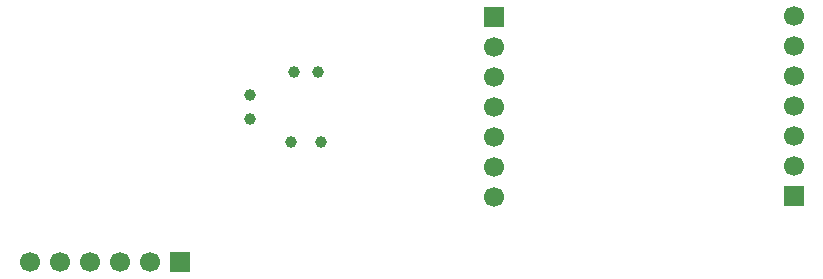
<source format=gbr>
%TF.GenerationSoftware,KiCad,Pcbnew,9.0.1*%
%TF.CreationDate,2025-04-11T12:37:24-04:00*%
%TF.ProjectId,Pneumatactors_1Xiao_3Pumps_8Valves,506e6575-6d61-4746-9163-746f72735f31,rev?*%
%TF.SameCoordinates,Original*%
%TF.FileFunction,Soldermask,Bot*%
%TF.FilePolarity,Negative*%
%FSLAX46Y46*%
G04 Gerber Fmt 4.6, Leading zero omitted, Abs format (unit mm)*
G04 Created by KiCad (PCBNEW 9.0.1) date 2025-04-11 12:37:24*
%MOMM*%
%LPD*%
G01*
G04 APERTURE LIST*
%ADD10R,1.700000X1.700000*%
%ADD11C,1.700000*%
%ADD12C,0.990600*%
G04 APERTURE END LIST*
D10*
%TO.C,J4*%
X59178892Y-48821892D03*
D11*
X56638892Y-48821892D03*
X54098892Y-48821892D03*
X51558892Y-48821892D03*
X49018892Y-48821892D03*
X46478892Y-48821892D03*
%TD*%
D10*
%TO.C,J1*%
X85775892Y-28044892D03*
D11*
X85775892Y-30584892D03*
X85775892Y-33124892D03*
X85775892Y-35664892D03*
X85775892Y-38204892D03*
X85775892Y-40744892D03*
X85775892Y-43284892D03*
%TD*%
D10*
%TO.C,J2*%
X111175892Y-43233892D03*
D11*
X111175892Y-40693892D03*
X111175892Y-38153892D03*
X111175892Y-35613892D03*
X111175892Y-33073892D03*
X111175892Y-30533892D03*
X111175892Y-27993892D03*
%TD*%
D12*
%TO.C,J3*%
X65160603Y-34661392D03*
X65160603Y-36667992D03*
X68602292Y-38661892D03*
X68856303Y-32667492D03*
X70862903Y-32667492D03*
X71116892Y-38661892D03*
%TD*%
M02*

</source>
